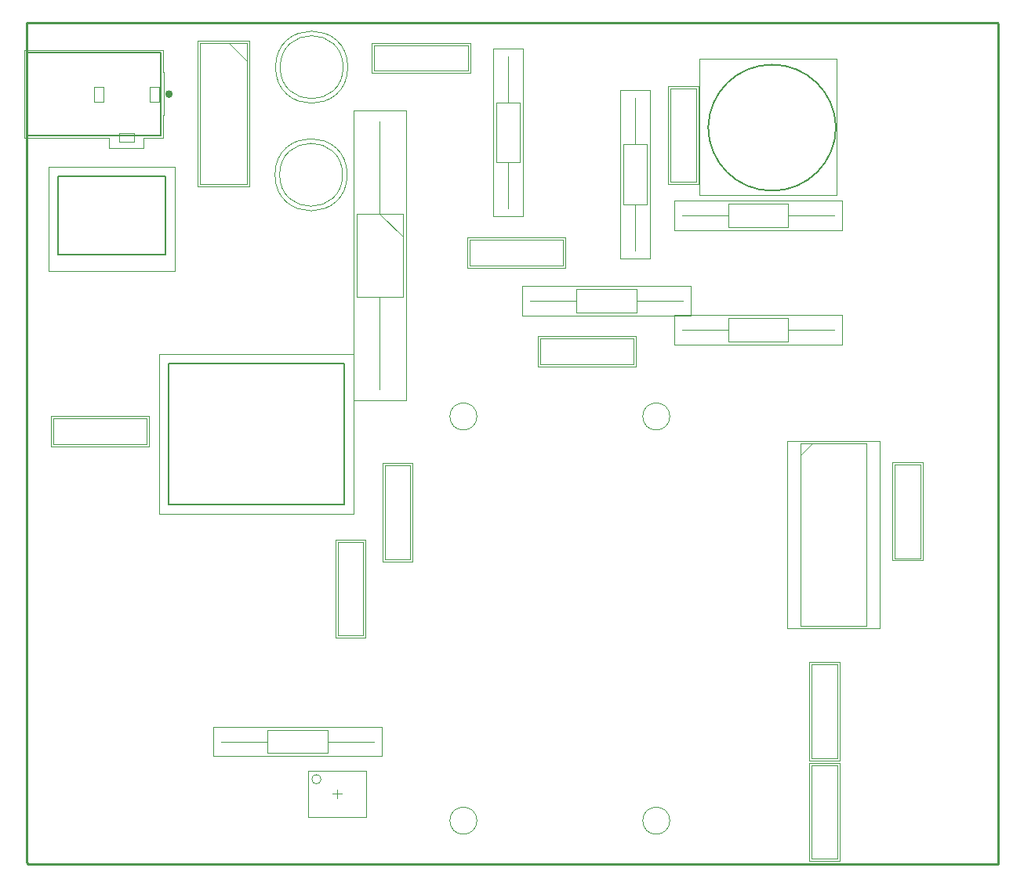
<source format=gko>
G04*
G04 #@! TF.GenerationSoftware,Altium Limited,Altium Designer,18.0.9 (584)*
G04*
G04 Layer_Color=16711935*
%FSLAX44Y44*%
%MOMM*%
G71*
G01*
G75*
%ADD10C,0.2000*%
%ADD11C,0.1000*%
%ADD14C,0.1270*%
%ADD15C,0.4000*%
%ADD16C,0.2540*%
%ADD18C,0.0001*%
%ADD19C,0.0500*%
%ADD67C,0.0508*%
D10*
X994720Y1150620D02*
G03*
X1132620Y1150620I68950J0D01*
G01*
D02*
G03*
X994720Y1150620I-68950J-1530D01*
G01*
X292520Y1012510D02*
Y1097510D01*
X408520D01*
Y1012510D02*
Y1097510D01*
X292520Y1012510D02*
X408520D01*
X601730Y742760D02*
Y894760D01*
X411730D02*
X601730D01*
X411730Y742760D02*
Y894760D01*
Y742760D02*
X601730D01*
D11*
X600500Y1215245D02*
G03*
X600500Y1215245I-34000J0D01*
G01*
X599875Y1098945D02*
G03*
X599875Y1098945I-34000J0D01*
G01*
X576630Y445760D02*
G03*
X576630Y445760I-5000J0D01*
G01*
X388370Y807990D02*
Y835390D01*
X287270Y807990D02*
X388370D01*
X287270D02*
Y835390D01*
X388370D01*
X1106540Y569710D02*
X1133940D01*
Y468610D02*
Y569710D01*
X1106540Y468610D02*
X1133940D01*
X1106540D02*
Y569710D01*
X813050Y894350D02*
Y921750D01*
X914150D01*
Y894350D02*
Y921750D01*
X813050Y894350D02*
X914150D01*
X594630Y600892D02*
X622030D01*
X594630D02*
Y701992D01*
X622030D01*
Y600892D02*
Y701992D01*
X735160Y1211670D02*
Y1239070D01*
X634060Y1211670D02*
X735160D01*
X634060D02*
Y1239070D01*
X735160D01*
X954040Y1192309D02*
X981440D01*
Y1091209D02*
Y1192309D01*
X954040Y1091209D02*
X981440D01*
X954040D02*
Y1192309D01*
X838255Y1001030D02*
Y1028430D01*
X737155Y1001030D02*
X838255D01*
X737155D02*
Y1028430D01*
X838255D01*
X1196184Y785680D02*
X1223584D01*
Y684580D02*
Y785680D01*
X1196184Y684580D02*
X1223584D01*
X1196184D02*
Y785680D01*
X1106440Y359660D02*
X1133840D01*
X1106440D02*
Y460760D01*
X1133840D01*
Y359660D02*
Y460760D01*
X645430Y683510D02*
X672830D01*
X645430D02*
Y784610D01*
X672830D01*
Y683510D02*
Y784610D01*
X1094420Y808380D02*
X1165520D01*
Y611480D02*
Y808380D01*
X1094420Y611480D02*
X1165520D01*
X1094420D02*
Y808380D01*
Y795680D02*
X1107120Y808380D01*
X496680Y1088645D02*
Y1241045D01*
X445880Y1088645D02*
X496680D01*
X445880D02*
Y1241045D01*
X496680D01*
X477430D02*
X496680Y1221795D01*
X640080Y866970D02*
Y966970D01*
Y1056970D02*
Y1156970D01*
Y1056970D02*
X665100Y1031950D01*
X615050Y1056970D02*
X665100D01*
X615050Y966970D02*
Y1056970D01*
Y966970D02*
X665100D01*
Y1056970D01*
X791090Y1112245D02*
Y1177245D01*
X766090Y1112245D02*
X791090D01*
X766090D02*
Y1177245D01*
X791090D01*
X778590D02*
Y1227245D01*
Y1062245D02*
Y1112245D01*
X903250Y1066734D02*
Y1131734D01*
X928250D01*
Y1066734D02*
Y1131734D01*
X903250Y1066734D02*
X928250D01*
X915750Y1016734D02*
Y1066734D01*
Y1131734D02*
Y1181734D01*
X518730Y473910D02*
X583730D01*
X518730D02*
Y498910D01*
X583730D01*
Y473910D02*
Y498910D01*
Y486410D02*
X633730D01*
X468730D02*
X518730D01*
X1016199Y943796D02*
X1081199D01*
Y918796D02*
Y943796D01*
X1016199Y918796D02*
X1081199D01*
X1016199D02*
Y943796D01*
X966199Y931296D02*
X1016199D01*
X1081199D02*
X1131199D01*
X1016199Y1067689D02*
X1081199D01*
Y1042689D02*
Y1067689D01*
X1016199Y1042689D02*
X1081199D01*
X1016199D02*
Y1067689D01*
X966199Y1055189D02*
X1016199D01*
X1081199D02*
X1131199D01*
X852640Y975160D02*
X917640D01*
Y950160D02*
Y975160D01*
X852640Y950160D02*
X917640D01*
X852640D02*
Y975160D01*
X802640Y962660D02*
X852640D01*
X917640D02*
X967640D01*
X562630Y404760D02*
X625630D01*
X562630Y454760D02*
X625630D01*
Y404760D02*
Y454760D01*
X562630Y404760D02*
Y454760D01*
X985380Y1076670D02*
X1133280D01*
Y1224570D01*
X985380D02*
X1133280D01*
X985380Y1076670D02*
Y1224570D01*
X282520Y994510D02*
Y1107510D01*
X418520D01*
Y994510D02*
Y1107510D01*
X282520Y994510D02*
X418520D01*
X611730Y732760D02*
Y904760D01*
X401730D02*
X611730D01*
X401730Y732760D02*
Y904760D01*
Y732760D02*
X611730D01*
X594130Y424760D02*
Y434760D01*
X589130Y429760D02*
X599130D01*
D14*
X259550Y1141180D02*
Y1231180D01*
X403550Y1141180D02*
Y1231180D01*
X259550D02*
X403550D01*
X259550Y1141180D02*
X403550D01*
X259550D02*
Y1231180D01*
X403550Y1141180D02*
Y1231180D01*
X259550D02*
X403550D01*
X259550Y1141180D02*
X403550D01*
X259550D02*
Y1231180D01*
X403550D01*
X385050Y1141180D02*
X403550D01*
Y1201680D02*
Y1231180D01*
X259550Y1141180D02*
X349050D01*
X403550D02*
Y1171680D01*
D15*
X414550Y1186180D02*
G03*
X414550Y1186180I-2000J0D01*
G01*
D16*
X1308100Y354330D02*
Y360680D01*
X260350Y354330D02*
X1308100D01*
X259080Y355600D02*
X260350Y354330D01*
X259080Y355600D02*
Y1263650D01*
X1308100Y356870D02*
Y1262380D01*
X1306830Y1263650D02*
X1308100Y1262380D01*
X259080Y1263650D02*
X1306830D01*
D18*
X358550Y1144180D02*
X374550D01*
X358550Y1134180D02*
Y1144180D01*
Y1134180D02*
X374550D01*
Y1144180D01*
X331550Y1178180D02*
Y1194180D01*
Y1178180D02*
X341550D01*
Y1194180D01*
X331550D02*
X341550D01*
X391550Y1178180D02*
Y1194180D01*
Y1178180D02*
X401550D01*
Y1194180D01*
X391550D02*
X401550D01*
D19*
X605500Y1215245D02*
G03*
X605500Y1215245I-39000J0D01*
G01*
X604875Y1098945D02*
G03*
X604875Y1098945I-39000J0D01*
G01*
X390870Y805490D02*
Y837890D01*
X284770Y805490D02*
X390870D01*
X284770D02*
Y837890D01*
X390870D01*
X1104040Y572210D02*
X1136440D01*
Y466110D02*
Y572210D01*
X1104040Y466110D02*
X1136440D01*
X1104040D02*
Y572210D01*
X810550Y891850D02*
Y924250D01*
X916650D01*
Y891850D02*
Y924250D01*
X810550Y891850D02*
X916650D01*
X592130Y598392D02*
X624530D01*
X592130D02*
Y704492D01*
X624530D01*
Y598392D02*
Y704492D01*
X737660Y1209170D02*
Y1241570D01*
X631560Y1209170D02*
X737660D01*
X631560D02*
Y1241570D01*
X737660D01*
X951540Y1194809D02*
X983940D01*
Y1088709D02*
Y1194809D01*
X951540Y1088709D02*
X983940D01*
X951540D02*
Y1194809D01*
X840755Y998530D02*
Y1030930D01*
X734655Y998530D02*
X840755D01*
X734655D02*
Y1030930D01*
X840755D01*
X1193684Y788180D02*
X1226084D01*
Y682080D02*
Y788180D01*
X1193684Y682080D02*
X1226084D01*
X1193684D02*
Y788180D01*
X1103940Y357160D02*
X1136340D01*
X1103940D02*
Y463260D01*
X1136340D01*
Y357160D02*
Y463260D01*
X642930Y681010D02*
X675330D01*
X642930D02*
Y787110D01*
X675330D01*
Y681010D02*
Y787110D01*
X1080370Y810880D02*
X1179570D01*
Y608980D02*
Y810880D01*
X1080370Y608980D02*
X1179570D01*
X1080370D02*
Y810880D01*
X499180Y1086145D02*
Y1243545D01*
X443380Y1086145D02*
X499180D01*
X443380D02*
Y1243545D01*
X499180D01*
X611550Y1168850D02*
X668600D01*
X611550Y855100D02*
Y1168850D01*
Y855100D02*
X668600D01*
Y1168850D01*
X794590Y1053745D02*
Y1235745D01*
X762590Y1053745D02*
X794590D01*
X762590D02*
Y1235745D01*
X794590D01*
X899750Y1008234D02*
Y1190234D01*
X931750D01*
Y1008234D02*
Y1190234D01*
X899750Y1008234D02*
X931750D01*
X460230Y470410D02*
X642230D01*
X460230D02*
Y502410D01*
X642230D01*
Y470410D02*
Y502410D01*
X957699Y947296D02*
X1139699D01*
Y915296D02*
Y947296D01*
X957699Y915296D02*
X1139699D01*
X957699D02*
Y947296D01*
Y1071189D02*
X1139699D01*
Y1039189D02*
Y1071189D01*
X957699Y1039189D02*
X1139699D01*
X957699D02*
Y1071189D01*
X794140Y978660D02*
X976140D01*
Y946660D02*
Y978660D01*
X794140Y946660D02*
X976140D01*
X794140D02*
Y978660D01*
X406050Y1209680D02*
X407050D01*
Y1163680D02*
Y1209680D01*
X406050Y1163680D02*
X407050D01*
X406050Y1138680D02*
Y1163680D01*
Y1209680D02*
Y1233680D01*
X256550D02*
X406050D01*
X256550Y1138680D02*
Y1233680D01*
Y1138680D02*
X348050D01*
Y1128180D02*
Y1138680D01*
Y1128180D02*
X385050D01*
Y1138680D01*
X406050D01*
D67*
X953215Y400870D02*
G03*
X953215Y400870I-14605J0D01*
G01*
X744935D02*
G03*
X744935Y400870I-14605J0D01*
G01*
X953215Y837750D02*
G03*
X953215Y837750I-14605J0D01*
G01*
X744935D02*
G03*
X744935Y837750I-14605J0D01*
G01*
M02*

</source>
